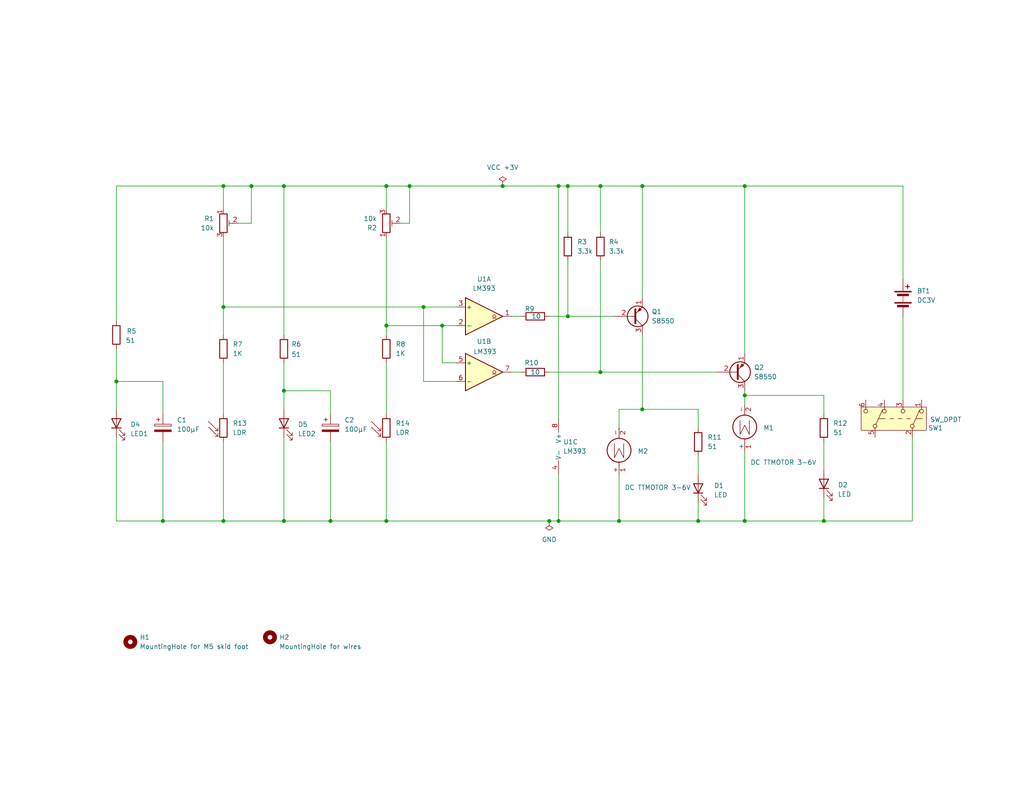
<source format=kicad_sch>
(kicad_sch (version 20231120) (generator "eeschema") (generator_version "8.0")
  (paper "USLetter")
  (title_block (title "Line Following Bot") (date "2024-05-30") (rev "0") (company "Team 3140 Flagship Robotics") (comment 1 "Engineering by Amos Manneschmidt"))
  (lib_symbols
    (symbol "Comparator:LM393" (pin_names (offset 0.127))
      (property "Reference" "U" (at 3.81 3.81 0))
      (property "Value" "LM393" (at 6.35 -3.81 0))
      (symbol "LM393_1_1"
        (polyline (pts (xy -5.08 5.08) (xy 5.08 0) (xy -5.08 -5.08) (xy -5.08 5.08)) (stroke (width 0.254)) (fill (type background)))
        (polyline (pts (xy 3.302 -0.508) (xy 2.794 -0.508) (xy 3.302 0) (xy 2.794 0.508) (xy 2.286 0) (xy 2.794 -0.508) (xy 2.286 -0.508)) (stroke (width 0.127)))
        (pin open_collector line (at 7.62 0 180) (length 2.54) (name "~") (number "1"))
        (pin input line (at -7.62 -2.54 0) (length 2.54) (name "-") (number "2"))
        (pin input line (at -7.62 2.54 0) (length 2.54) (name "+") (number "3"))
      )
      (symbol "LM393_2_1"
        (polyline (pts (xy -5.08 5.08) (xy 5.08 0) (xy -5.08 -5.08) (xy -5.08 5.08)) (stroke (width 0.254)) (fill (type background)))
        (polyline (pts (xy 3.302 -0.508) (xy 2.794 -0.508) (xy 3.302 0) (xy 2.794 0.508) (xy 2.286 0) (xy 2.794 -0.508) (xy 2.286 -0.508)) (stroke (width 0.127)))
        (pin input line (at -7.62 2.54 0) (length 2.54) (name "+") (number "5"))
        (pin input line (at -7.62 -2.54 0) (length 2.54) (name "-") (number "6"))
        (pin open_collector line (at 7.62 0 180) (length 2.54) (name "~") (number "7"))
      )
      (symbol "LM393_3_1"
        (pin power_in line (at -2.54 -7.62 90) (length 3.81) (name "V-") (number "4"))
        (pin power_in line (at -2.54 7.62 270) (length 3.81) (name "V+") (number "8"))
      )
    )
    (symbol "Device:Battery" (pin_numbers hide) (pin_names (offset 0) hide)
      (property "Reference" "BT" (at 2.54 2.54 0))
      (property "Value" "Battery" (at 2.54 0 0))
      (symbol "Battery_0_1"
        (rectangle (start -2.286 -1.27) (end 2.286 -1.524) (fill (type outline)))
        (rectangle (start -2.286 1.778) (end 2.286 1.524) (fill (type outline)))
        (rectangle (start -1.524 -2.032) (end 1.524 -2.54) (fill (type outline)))
        (rectangle (start -1.524 1.016) (end 1.524 0.508) (fill (type outline)))
        (polyline (pts (xy 0 -1.016) (xy 0 -0.762)))
        (polyline (pts (xy 0 -0.508) (xy 0 -0.254)))
        (polyline (pts (xy 0 0) (xy 0 0.254)))
        (polyline (pts (xy 0 1.778) (xy 0 2.54)))
        (polyline (pts (xy 0.762 3.048) (xy 1.778 3.048)) (stroke (width 0.254)))
        (polyline (pts (xy 1.27 3.556) (xy 1.27 2.54)) (stroke (width 0.254)))
      )
      (symbol "Battery_1_1"
        (pin passive line (at 0 5.08 270) (length 2.54) (name "+") (number "1"))
        (pin passive line (at 0 -5.08 90) (length 2.54) (name "-") (number "2"))
      )
    )
    (symbol "Device:C_Polarized" (pin_numbers hide) (pin_names (offset 0.254))
      (property "Reference" "C" (at 0.635 2.54 0))
      (property "Value" "C_Polarized" (at 0.635 -2.54 0))
      (symbol "C_Polarized_0_1"
        (rectangle (start -2.286 0.508) (end 2.286 1.016))
        (polyline (pts (xy -1.778 2.286) (xy -0.762 2.286)))
        (polyline (pts (xy -1.27 2.794) (xy -1.27 1.778)))
        (rectangle (start 2.286 -0.508) (end -2.286 -1.016) (fill (type outline)))
      )
      (symbol "C_Polarized_1_1"
        (pin passive line (at 0 3.81 270) (length 2.794) (name "~") (number "1"))
        (pin passive line (at 0 -3.81 90) (length 2.794) (name "~") (number "2"))
      )
    )
    (symbol "Device:LED" (pin_numbers hide) (pin_names (offset 1.016) hide)
      (property "Reference" "D" (at 0 2.54 0))
      (property "Value" "LED" (at 0 -2.54 0))
      (symbol "LED_0_1"
        (polyline (pts (xy -1.27 -1.27) (xy -1.27 1.27)) (stroke (width 0.254)))
        (polyline (pts (xy -1.27 0) (xy 1.27 0)))
        (polyline (pts (xy 1.27 -1.27) (xy 1.27 1.27) (xy -1.27 0) (xy 1.27 -1.27)) (stroke (width 0.254)))
        (polyline (pts (xy -3.048 -0.762) (xy -4.572 -2.286) (xy -3.81 -2.286) (xy -4.572 -2.286) (xy -4.572 -1.524)))
        (polyline (pts (xy -1.778 -0.762) (xy -3.302 -2.286) (xy -2.54 -2.286) (xy -3.302 -2.286) (xy -3.302 -1.524)))
      )
      (symbol "LED_1_1"
        (pin passive line (at -3.81 0 0) (length 2.54) (name "K") (number "1"))
        (pin passive line (at 3.81 0 180) (length 2.54) (name "A") (number "2"))
      )
    )
    (symbol "Device:R" (pin_numbers hide) (pin_names (offset 0))
      (property "Reference" "R" (at 2.032 0 90))
      (property "Value" "R" (at 0 0 90))
      (symbol "R_0_1"
        (rectangle (start -1.016 -2.54) (end 1.016 2.54) (stroke (width 0.254)))
      )
      (symbol "R_1_1"
        (pin passive line (at 0 3.81 270) (length 1.27) (name "~") (number "1"))
        (pin passive line (at 0 -3.81 90) (length 1.27) (name "~") (number "2"))
      )
    )
    (symbol "Device:R_Potentiometer_Trim" (pin_names (offset 1.016) hide)
      (property "Reference" "RV" (at -4.445 0 90))
      (property "Value" "R_Potentiometer_Trim" (at -2.54 0 90))
      (symbol "R_Potentiometer_Trim_0_1"
        (polyline (pts (xy 1.524 0.762) (xy 1.524 -0.762)))
        (polyline (pts (xy 2.54 0) (xy 1.524 0)))
        (rectangle (start 1.016 2.54) (end -1.016 -2.54) (stroke (width 0.254)))
      )
      (symbol "R_Potentiometer_Trim_1_1"
        (pin passive line (at 0 3.81 270) (length 1.27) (name "1") (number "1"))
        (pin passive line (at 3.81 0 180) (length 1.27) (name "2") (number "2"))
        (pin passive line (at 0 -3.81 90) (length 1.27) (name "3") (number "3"))
      )
    )
    (symbol "Mechanical:MountingHole" (pin_names (offset 1.016)) (exclude_from_sim yes) (in_bom no)
      (property "Reference" "H" (at 0 5.08 0))
      (property "Value" "MountingHole" (at 0 3.175 0))
      (symbol "MountingHole_0_1"
        (circle (center 0 0) (radius 1.27) (stroke (width 1.27)))
      )
    )
    (symbol "Motor:Motor_DC" (pin_names (offset 0))
      (property "Reference" "M" (at 2.54 2.54 0))
      (property "Value" "Motor_DC" (at 2.54 -5.08 0))
      (symbol "Motor_DC_0_0"
        (polyline (pts (xy -1.27 -3.302) (xy -1.27 0.508) (xy 0 -2.032) (xy 1.27 0.508) (xy 1.27 -3.302)))
      )
      (symbol "Motor_DC_0_1"
        (circle (center 0 -1.524) (radius 3.2512) (stroke (width 0.254)))
        (polyline (pts (xy 0 -7.62) (xy 0 -7.112)))
        (polyline (pts (xy 0 -4.7752) (xy 0 -5.1816)))
        (polyline (pts (xy 0 1.7272) (xy 0 2.0828)))
        (polyline (pts (xy 0 2.032) (xy 0 2.54)))
      )
      (symbol "Motor_DC_1_1"
        (pin passive line (at 0 5.08 270) (length 2.54) (name "+") (number "1"))
        (pin passive line (at 0 -7.62 90) (length 2.54) (name "-") (number "2"))
      )
    )
    (symbol "Sensor_Optical:LDR07" (pin_numbers hide) (pin_names (offset 0))
      (property "Reference" "R" (at -5.08 0 90))
      (property "Value" "LDR07" (at 1.905 0 90))
      (symbol "LDR07_0_1"
        (rectangle (start -1.016 2.54) (end 1.016 -2.54) (stroke (width 0.254)))
        (polyline (pts (xy -1.524 -2.286) (xy -4.064 0.254)))
        (polyline (pts (xy -1.524 -2.286) (xy -2.286 -2.286)))
        (polyline (pts (xy -1.524 -2.286) (xy -1.524 -1.524)))
        (polyline (pts (xy -1.524 -0.762) (xy -4.064 1.778)))
        (polyline (pts (xy -1.524 -0.762) (xy -2.286 -0.762)))
        (polyline (pts (xy -1.524 -0.762) (xy -1.524 0)))
      )
      (symbol "LDR07_1_1"
        (pin passive line (at 0 3.81 270) (length 1.27) (name "~") (number "1"))
        (pin passive line (at 0 -3.81 90) (length 1.27) (name "~") (number "2"))
      )
    )
    (symbol "Switch:SW_Push_DPDT" (pin_names (offset 0) hide)
      (property "Reference" "SW" (at 0 10.16 0))
      (property "Value" "SW_Push_DPDT" (at 0 -10.16 0))
      (symbol "SW_Push_DPDT_0_0"
        (circle (center -2.032 -5.08) (radius 0.508))
        (circle (center -2.032 5.08) (radius 0.508))
        (circle (center 2.032 -7.62) (radius 0.508))
        (circle (center 2.032 2.54) (radius 0.508))
      )
      (symbol "SW_Push_DPDT_0_1"
        (polyline (pts (xy -1.524 -4.826) (xy 2.3368 -3.0988)))
        (polyline (pts (xy -1.524 5.334) (xy 2.3368 7.0612)))
        (polyline (pts (xy 0 -2.286) (xy 0 -4.064)))
        (polyline (pts (xy 0 -1.016) (xy 0 0)))
        (polyline (pts (xy 0 1.27) (xy 0 2.286)))
        (polyline (pts (xy 0 3.556) (xy 0 4.572)))
        (polyline (pts (xy 0 7.874) (xy 0 6.096)))
        (circle (center 2.032 -2.54) (radius 0.508))
        (circle (center 2.032 7.62) (radius 0.508))
      )
      (symbol "SW_Push_DPDT_1_1"
        (rectangle (start -3.175 8.89) (end 3.175 -8.89) (fill (type background)))
        (pin passive line (at 5.08 7.62 180) (length 2.54) (name "A") (number "1"))
        (pin passive line (at -5.08 5.08 0) (length 2.54) (name "B") (number "2"))
        (pin passive line (at 5.08 2.54 180) (length 2.54) (name "C") (number "3"))
        (pin passive line (at 5.08 -2.54 180) (length 2.54) (name "A") (number "4"))
        (pin passive line (at -5.08 -5.08 0) (length 2.54) (name "B") (number "5"))
        (pin passive line (at 5.08 -7.62 180) (length 2.54) (name "C") (number "6"))
      )
    )
    (symbol "Transistor_BJT:S8550" (pin_names (offset 0) hide)
      (property "Reference" "Q" (at 5.08 1.905 0))
      (property "Value" "S8550" (at 5.08 0 0))
      (symbol "S8550_0_1"
        (polyline (pts (xy 0 0) (xy 0.635 0)))
        (polyline (pts (xy 2.54 -2.54) (xy 0.635 -0.635)))
        (polyline (pts (xy 2.54 2.54) (xy 0.635 0.635)))
        (polyline (pts (xy 0.635 1.905) (xy 0.635 -1.905) (xy 0.635 -1.905)) (stroke (width 0.508)) (fill (type outline)))
        (polyline (pts (xy 1.778 -2.286) (xy 2.286 -1.778) (xy 1.27 -1.27) (xy 1.778 -2.286) (xy 1.778 -2.286)) (fill (type outline)))
        (circle (center 1.27 0) (radius 2.8194) (stroke (width 0.254)))
      )
      (symbol "S8550_1_1"
        (pin passive line (at 2.54 -5.08 90) (length 2.54) (name "E") (number "1"))
        (pin input line (at -5.08 0 0) (length 5.08) (name "B") (number "2"))
        (pin passive line (at 2.54 5.08 270) (length 2.54) (name "C") (number "3"))
      )
    )
    (symbol "power:PWR_FLAG" (power) (pin_numbers hide) (pin_names (offset 0) hide)
      (property "Value" "PWR_FLAG" (at 0 3.81 0))
      (symbol "PWR_FLAG_0_0"
        (pin power_out line (at 0 0 90) (length 0) (name "~") (number "1"))
      )
      (symbol "PWR_FLAG_0_1"
        (polyline (pts (xy 0 0) (xy 0 1.27) (xy -1.016 1.905) (xy 0 2.54) (xy 1.016 1.905) (xy 0 1.27)))
      )
    )
  )
  (junction (at 105.41 50.8))
  (junction (at 168.91 142.24))
  (junction (at 44.45 142.24))
  (junction (at 175.26 111.76))
  (junction (at 60.96 83.82))
  (junction (at 111.76 50.8))
  (junction (at 115.57 83.82))
  (junction (at 163.83 50.8))
  (junction (at 154.94 50.8))
  (junction (at 137.16 50.8))
  (junction (at 60.96 50.8))
  (junction (at 68.58 50.8))
  (junction (at 77.47 106.68))
  (junction (at 149.86 142.24))
  (junction (at 152.4 142.24))
  (junction (at 105.41 88.9))
  (junction (at 77.47 142.24))
  (junction (at 203.2 107.95))
  (junction (at 77.47 50.8))
  (junction (at 203.2 142.24))
  (junction (at 190.5 142.24))
  (junction (at 90.17 142.24))
  (junction (at 154.94 86.36))
  (junction (at 224.79 142.24))
  (junction (at 60.96 142.24))
  (junction (at 120.65 88.9))
  (junction (at 105.41 142.24))
  (junction (at 152.4 50.8))
  (junction (at 31.75 104.14))
  (junction (at 203.2 50.8))
  (junction (at 175.26 50.8))
  (junction (at 163.83 101.6))
  (wire (pts (xy 60.96 120.65) (xy 60.96 142.24)))
  (wire (pts (xy 224.79 120.65) (xy 224.79 128.27)))
  (wire (pts (xy 139.7 86.36) (xy 142.24 86.36)))
  (wire (pts (xy 175.26 111.76) (xy 190.5 111.76)))
  (wire (pts (xy 203.2 123.19) (xy 203.2 142.24)))
  (wire (pts (xy 60.96 50.8) (xy 60.96 57.15)))
  (wire (pts (xy 139.7 101.6) (xy 142.24 101.6)))
  (wire (pts (xy 120.65 88.9) (xy 124.46 88.9)))
  (wire (pts (xy 64.77 60.96) (xy 68.58 60.96)))
  (wire (pts (xy 149.86 101.6) (xy 163.83 101.6)))
  (wire (pts (xy 246.38 76.2) (xy 246.38 50.8)))
  (wire (pts (xy 175.26 91.44) (xy 175.26 111.76)))
  (wire (pts (xy 44.45 142.24) (xy 31.75 142.24)))
  (wire (pts (xy 60.96 64.77) (xy 60.96 83.82)))
  (wire (pts (xy 163.83 50.8) (xy 175.26 50.8)))
  (wire (pts (xy 203.2 50.8) (xy 203.2 96.52)))
  (wire (pts (xy 190.5 137.16) (xy 190.5 142.24)))
  (wire (pts (xy 77.47 50.8) (xy 77.47 91.44)))
  (wire (pts (xy 168.91 111.76) (xy 168.91 116.84)))
  (wire (pts (xy 111.76 50.8) (xy 105.41 50.8)))
  (wire (pts (xy 77.47 99.06) (xy 77.47 106.68)))
  (wire (pts (xy 168.91 142.24) (xy 190.5 142.24)))
  (wire (pts (xy 152.4 129.54) (xy 152.4 142.24)))
  (wire (pts (xy 60.96 142.24) (xy 77.47 142.24)))
  (wire (pts (xy 77.47 142.24) (xy 77.47 119.38)))
  (wire (pts (xy 115.57 104.14) (xy 115.57 83.82)))
  (wire (pts (xy 154.94 50.8) (xy 163.83 50.8)))
  (wire (pts (xy 60.96 99.06) (xy 60.96 113.03)))
  (wire (pts (xy 90.17 142.24) (xy 77.47 142.24)))
  (wire (pts (xy 190.5 116.84) (xy 190.5 111.76)))
  (wire (pts (xy 31.75 104.14) (xy 44.45 104.14)))
  (wire (pts (xy 90.17 106.68) (xy 77.47 106.68)))
  (wire (pts (xy 105.41 50.8) (xy 105.41 57.15)))
  (wire (pts (xy 109.22 60.96) (xy 111.76 60.96)))
  (wire (pts (xy 105.41 88.9) (xy 105.41 91.44)))
  (wire (pts (xy 168.91 129.54) (xy 168.91 142.24)))
  (wire (pts (xy 224.79 142.24) (xy 248.92 142.24)))
  (wire (pts (xy 90.17 113.03) (xy 90.17 106.68)))
  (wire (pts (xy 31.75 104.14) (xy 31.75 111.76)))
  (wire (pts (xy 31.75 95.25) (xy 31.75 104.14)))
  (wire (pts (xy 124.46 104.14) (xy 115.57 104.14)))
  (wire (pts (xy 44.45 142.24) (xy 44.45 120.65)))
  (wire (pts (xy 68.58 50.8) (xy 60.96 50.8)))
  (wire (pts (xy 105.41 99.06) (xy 105.41 113.03)))
  (wire (pts (xy 163.83 101.6) (xy 195.58 101.6)))
  (wire (pts (xy 203.2 106.68) (xy 203.2 107.95)))
  (wire (pts (xy 149.86 86.36) (xy 154.94 86.36)))
  (wire (pts (xy 224.79 135.89) (xy 224.79 142.24)))
  (wire (pts (xy 120.65 88.9) (xy 120.65 99.06)))
  (wire (pts (xy 203.2 107.95) (xy 203.2 110.49)))
  (wire (pts (xy 152.4 142.24) (xy 168.91 142.24)))
  (wire (pts (xy 60.96 83.82) (xy 60.96 91.44)))
  (wire (pts (xy 68.58 60.96) (xy 68.58 50.8)))
  (wire (pts (xy 111.76 60.96) (xy 111.76 50.8)))
  (wire (pts (xy 31.75 50.8) (xy 31.75 87.63)))
  (wire (pts (xy 163.83 71.12) (xy 163.83 101.6)))
  (wire (pts (xy 105.41 142.24) (xy 149.86 142.24)))
  (wire (pts (xy 154.94 71.12) (xy 154.94 86.36)))
  (wire (pts (xy 105.41 142.24) (xy 90.17 142.24)))
  (wire (pts (xy 77.47 106.68) (xy 77.47 111.76)))
  (wire (pts (xy 149.86 142.24) (xy 152.4 142.24)))
  (wire (pts (xy 60.96 50.8) (xy 31.75 50.8)))
  (wire (pts (xy 190.5 124.46) (xy 190.5 129.54)))
  (wire (pts (xy 105.41 88.9) (xy 120.65 88.9)))
  (wire (pts (xy 60.96 142.24) (xy 44.45 142.24)))
  (wire (pts (xy 190.5 142.24) (xy 203.2 142.24)))
  (wire (pts (xy 203.2 50.8) (xy 175.26 50.8)))
  (wire (pts (xy 246.38 50.8) (xy 203.2 50.8)))
  (wire (pts (xy 31.75 142.24) (xy 31.75 119.38)))
  (wire (pts (xy 152.4 50.8) (xy 154.94 50.8)))
  (wire (pts (xy 105.41 142.24) (xy 105.41 120.65)))
  (wire (pts (xy 111.76 50.8) (xy 137.16 50.8)))
  (wire (pts (xy 105.41 50.8) (xy 77.47 50.8)))
  (wire (pts (xy 115.57 83.82) (xy 124.46 83.82)))
  (wire (pts (xy 115.57 83.82) (xy 60.96 83.82)))
  (wire (pts (xy 224.79 113.03) (xy 224.79 107.95)))
  (wire (pts (xy 90.17 142.24) (xy 90.17 120.65)))
  (wire (pts (xy 163.83 63.5) (xy 163.83 50.8)))
  (wire (pts (xy 44.45 104.14) (xy 44.45 113.03)))
  (wire (pts (xy 168.91 111.76) (xy 175.26 111.76)))
  (wire (pts (xy 175.26 50.8) (xy 175.26 81.28)))
  (wire (pts (xy 154.94 86.36) (xy 167.64 86.36)))
  (wire (pts (xy 120.65 99.06) (xy 124.46 99.06)))
  (wire (pts (xy 224.79 107.95) (xy 203.2 107.95)))
  (wire (pts (xy 248.92 119.38) (xy 248.92 142.24)))
  (wire (pts (xy 77.47 50.8) (xy 68.58 50.8)))
  (wire (pts (xy 154.94 50.8) (xy 154.94 63.5)))
  (wire (pts (xy 246.38 86.36) (xy 246.38 109.22)))
  (wire (pts (xy 203.2 142.24) (xy 224.79 142.24)))
  (wire (pts (xy 105.41 64.77) (xy 105.41 88.9)))
  (wire (pts (xy 152.4 50.8) (xy 152.4 114.3)))
  (wire (pts (xy 137.16 50.8) (xy 152.4 50.8)))
  (symbol (lib_id "Device:Battery") (at 246.38 81.28 0) (unit 1)
    (property "Reference" "BT1" (at 250.19 79.4384 0) (effects (justify left)))
    (property "Value" "DC3V" (at 250.19 81.9784 0) (effects (justify left)))
    (property "Footprint" "Battery:BatteryHolder_Keystone_2462_2xAA" (effects (hide yes)))
    (property "Description" "Multiple-cell battery" (effects (hide yes)))
  )
  (symbol (lib_id "Comparator:LM393") (at 132.08 101.6 0) (unit 2)
    (property "Reference" "U1" (at 132.08 93.218 0))
    (property "Value" "LM393" (at 132.334 96.012 0))
    (property "Footprint" "Package_DIP:DIP-8_W7.62mm_Socket_LongPads" (effects (hide yes)))
    (property "Datasheet" "http://www.ti.com/lit/ds/symlink/lm393.pdf" (effects (hide yes)))
    (property "Description" "Low-Power, Low-Offset Voltage, Dual Comparators, DIP-8/SOIC-8/TO-99-8" (effects (hide yes)))
  )
  (symbol (lib_id "Device:R") (at 146.05 101.6 90) (unit 1)
    (property "Reference" "R10" (at 145.034 99.06 90))
    (property "Value" "10" (at 146.05 101.6 90))
    (property "Footprint" "LineFollowingRobotFootPrints:R_Axial_DIN0207_L6.3mm_D2.5mm_P7.62mm_Horizontal_hand_soldering" (effects (hide yes)))
    (property "Description" "Resistor" (effects (hide yes)))
  )
  (symbol (lib_id "Sensor_Optical:LDR07") (at 105.41 116.84 0) (unit 1)
    (property "Reference" "R14" (at 107.95 115.5699 0) (effects (justify left)))
    (property "Value" "LDR" (at 107.95 118.1099 0) (effects (justify left)))
    (property "Footprint" "LineFollowingRobotFootPrints:R_LDR_5.1x4.3mm_P3.4mm_Vertical_hand_soldering" (effects (hide yes)))
    (property "Datasheet" "http://www.tme.eu/de/Document/f2e3ad76a925811312d226c31da4cd7e/LDR07.pdf" (effects (hide yes)))
    (property "Description" "light dependent resistor" (effects (hide yes)))
  )
  (symbol (lib_id "Transistor_BJT:S8550") (at 200.66 101.6 0) (mirror x) (unit 1)
    (property "Reference" "Q2" (at 205.74 100.3299 0) (effects (justify left)))
    (property "Value" "S8550" (at 205.74 102.8699 0) (effects (justify left)))
    (property "Footprint" "LineFollowingRobotFootPrints:TO-92_HandSolder" (effects (hide yes)))
    (property "Datasheet" "http://www.unisonic.com.tw/datasheet/S8550.pdf" (effects (hide yes)))
    (property "Description" "0.7A Ic, 20V Vce, Low Voltage High Current PNP Transistor, TO-92" (effects (hide yes)))
  )
  (symbol (lib_id "Device:R") (at 146.05 86.36 270) (mirror x) (unit 1)
    (property "Reference" "R9" (at 144.526 84.328 90))
    (property "Value" "10" (at 146.304 86.36 90))
    (property "Footprint" "LineFollowingRobotFootPrints:R_Axial_DIN0207_L6.3mm_D2.5mm_P7.62mm_Horizontal_hand_soldering" (effects (hide yes)))
    (property "Description" "Resistor" (effects (hide yes)))
  )
  (symbol (lib_id "Device:R") (at 77.47 95.25 0) (mirror x) (unit 1)
    (property "Reference" "R6" (at 79.502 93.98 0) (effects (justify left)))
    (property "Value" "51" (at 79.502 96.774 0) (effects (justify left)))
    (property "Footprint" "LineFollowingRobotFootPrints:R_Axial_DIN0207_L6.3mm_D2.5mm_P7.62mm_Horizontal_hand_soldering" (effects (hide yes)))
    (property "Description" "Resistor" (effects (hide yes)))
  )
  (symbol (lib_id "Device:C_Polarized") (at 90.17 116.84 0) (unit 1)
    (property "Reference" "C2" (at 93.98 114.6809 0) (effects (justify left)))
    (property "Value" "100μF" (at 93.98 117.2209 0) (effects (justify left)))
    (property "Footprint" "Capacitor_THT:CP_Radial_D6.3mm_P2.50mm" (effects (hide yes)))
    (property "Description" "Polarized capacitor" (effects (hide yes)))
  )
  (symbol (lib_id "Switch:SW_Push_DPDT") (at 243.84 114.3 270) (mirror x) (unit 1)
    (property "Reference" "SW1" (at 255.27 116.84 90))
    (property "Value" "SW_DPDT" (at 258.064 114.554 90))
    (property "Footprint" "LineFollowingRobotFootPrints:MHPS2283" (effects (hide yes)))
    (property "Description" "Momentary Switch, dual pole double throw" (effects (hide yes)))
  )
  (symbol (lib_id "Device:R") (at 224.79 116.84 0) (unit 1)
    (property "Reference" "R12" (at 227.33 115.5699 0) (effects (justify left)))
    (property "Value" "51" (at 227.33 118.1099 0) (effects (justify left)))
    (property "Footprint" "LineFollowingRobotFootPrints:R_Axial_DIN0207_L6.3mm_D2.5mm_P7.62mm_Horizontal_hand_soldering" (effects (hide yes)))
    (property "Description" "Resistor" (effects (hide yes)))
  )
  (symbol (lib_id "Comparator:LM393") (at 132.08 86.36 0) (unit 1)
    (property "Reference" "U1" (at 132.08 76.2 0))
    (property "Value" "LM393" (at 132.08 78.74 0))
    (property "Footprint" "Package_DIP:DIP-8_W7.62mm_Socket_LongPads" (effects (hide yes)))
    (property "Datasheet" "http://www.ti.com/lit/ds/symlink/lm393.pdf" (effects (hide yes)))
    (property "Description" "Low-Power, Low-Offset Voltage, Dual Comparators, DIP-8/SOIC-8/TO-99-8" (effects (hide yes)))
  )
  (symbol (lib_id "Device:R") (at 60.96 95.25 0) (unit 1)
    (property "Reference" "R7" (at 63.5 93.9799 0) (effects (justify left)))
    (property "Value" "1K" (at 63.5 96.5199 0) (effects (justify left)))
    (property "Footprint" "LineFollowingRobotFootPrints:R_Axial_DIN0207_L6.3mm_D2.5mm_P7.62mm_Horizontal_hand_soldering" (effects (hide yes)))
    (property "Description" "Resistor" (effects (hide yes)))
  )
  (symbol (lib_id "Device:LED") (at 224.79 132.08 90) (unit 1)
    (property "Reference" "D2" (at 228.6 132.3974 90) (effects (justify right)))
    (property "Value" "LED" (at 228.6 134.9374 90) (effects (justify right)))
    (property "Footprint" "LED_THT:LED_D5.0mm" (effects (hide yes)))
    (property "Description" "Light emitting diode" (effects (hide yes)))
  )
  (symbol (lib_id "Mechanical:MountingHole") (at 73.66 173.99 0) (unit 1) (exclude_from_sim yes) (in_bom no)
    (property "Reference" "H2" (at 76.2 173.9899 0) (effects (justify left)))
    (property "Value" "MountingHole for wires" (at 76.2 176.53 0) (effects (justify left)))
    (property "Footprint" "LineFollowingRobotFootPrints:MountingHole_3mm" (effects (hide yes)))
    (property "Description" "Mounting Hole without connection" (effects (hide yes)))
  )
  (symbol (lib_id "Device:C_Polarized") (at 44.45 116.84 0) (unit 1)
    (property "Reference" "C1" (at 48.26 114.6809 0) (effects (justify left)))
    (property "Value" "100μF" (at 48.26 117.2209 0) (effects (justify left)))
    (property "Footprint" "Capacitor_THT:CP_Radial_D6.3mm_P2.50mm" (effects (hide yes)))
    (property "Description" "Polarized capacitor" (effects (hide yes)))
  )
  (symbol (lib_id "Comparator:LM393") (at 154.94 121.92 0) (unit 3)
    (property "Reference" "U1" (at 153.67 120.6499 0) (effects (justify left)))
    (property "Value" "LM393" (at 153.67 123.1899 0) (effects (justify left)))
    (property "Footprint" "Package_DIP:DIP-8_W7.62mm_Socket_LongPads" (effects (hide yes)))
    (property "Datasheet" "http://www.ti.com/lit/ds/symlink/lm393.pdf" (effects (hide yes)))
    (property "Description" "Low-Power, Low-Offset Voltage, Dual Comparators, DIP-8/SOIC-8/TO-99-8" (effects (hide yes)))
  )
  (symbol (lib_id "Device:R") (at 31.75 91.44 0) (mirror x) (unit 1)
    (property "Reference" "R5" (at 34.544 90.424 0) (effects (justify left)))
    (property "Value" "51" (at 34.29 92.964 0) (effects (justify left)))
    (property "Footprint" "LineFollowingRobotFootPrints:R_Axial_DIN0207_L6.3mm_D2.5mm_P7.62mm_Horizontal_hand_soldering" (effects (hide yes)))
    (property "Description" "Resistor" (effects (hide yes)))
  )
  (symbol (lib_id "Device:R_Potentiometer_Trim") (at 105.41 60.96 0) (mirror x) (unit 1)
    (property "Reference" "R2" (at 102.87 62.2301 0) (effects (justify right)))
    (property "Value" "10k" (at 102.87 59.6901 0) (effects (justify right)))
    (property "Footprint" "LineFollowingRobotFootPrints:Potentiometer_Runtron_RM-065_Vertical_hand_soldering" (effects (hide yes)))
    (property "Description" "Trim-potentiometer" (effects (hide yes)))
  )
  (symbol (lib_id "power:PWR_FLAG") (at 149.86 142.24 180) (unit 1) (in_bom no) (on_board no)
    (property "Reference" "#FLG02" (effects (hide yes)))
    (property "Value" "GND" (at 149.86 147.32 0))
    (property "Description" "Special symbol for telling ERC where power comes from" (effects (hide yes)))
  )
  (symbol (lib_id "Transistor_BJT:S8550") (at 172.72 86.36 0) (mirror x) (unit 1)
    (property "Reference" "Q1" (at 177.8 85.0899 0) (effects (justify left)))
    (property "Value" "S8550" (at 177.8 87.6299 0) (effects (justify left)))
    (property "Footprint" "LineFollowingRobotFootPrints:TO-92_HandSolder" (effects (hide yes)))
    (property "Datasheet" "http://www.unisonic.com.tw/datasheet/S8550.pdf" (effects (hide yes)))
    (property "Description" "0.7A Ic, 20V Vce, Low Voltage High Current PNP Transistor, TO-92" (effects (hide yes)))
  )
  (symbol (lib_id "Device:R") (at 105.41 95.25 0) (unit 1)
    (property "Reference" "R8" (at 107.95 93.9799 0) (effects (justify left)))
    (property "Value" "1K" (at 107.95 96.5199 0) (effects (justify left)))
    (property "Footprint" "LineFollowingRobotFootPrints:R_Axial_DIN0207_L6.3mm_D2.5mm_P7.62mm_Horizontal_hand_soldering" (effects (hide yes)))
    (property "Description" "Resistor" (effects (hide yes)))
  )
  (symbol (lib_id "Device:R") (at 154.94 67.31 180) (unit 1)
    (property "Reference" "R3" (at 157.48 66.0399 0) (effects (justify right)))
    (property "Value" "3.3k" (at 157.48 68.5799 0) (effects (justify right)))
    (property "Footprint" "LineFollowingRobotFootPrints:R_Axial_DIN0207_L6.3mm_D2.5mm_P7.62mm_Horizontal_hand_soldering" (effects (hide yes)))
    (property "Description" "Resistor" (effects (hide yes)))
  )
  (symbol (lib_id "power:PWR_FLAG") (at 137.16 50.8 0) (unit 1) (in_bom no) (on_board no)
    (property "Reference" "#FLG01" (effects (hide yes)))
    (property "Value" "VCC +3V" (at 137.16 45.72 0))
    (property "Description" "Special symbol for telling ERC where power comes from" (effects (hide yes)))
  )
  (symbol (lib_id "Sensor_Optical:LDR07") (at 60.96 116.84 0) (unit 1)
    (property "Reference" "R13" (at 63.5 115.5699 0) (effects (justify left)))
    (property "Value" "LDR" (at 63.5 118.1099 0) (effects (justify left)))
    (property "Footprint" "LineFollowingRobotFootPrints:R_LDR_5.1x4.3mm_P3.4mm_Vertical_hand_soldering" (effects (hide yes)))
    (property "Datasheet" "http://www.tme.eu/de/Document/f2e3ad76a925811312d226c31da4cd7e/LDR07.pdf" (effects (hide yes)))
    (property "Description" "light dependent resistor" (effects (hide yes)))
  )
  (symbol (lib_id "Motor:Motor_DC") (at 203.2 118.11 0) (mirror x) (unit 1)
    (property "Reference" "M1" (at 208.28 116.8401 0) (effects (justify left)))
    (property "Value" "DC TTMOTOR 3-6V" (at 204.724 126.238 0) (effects (justify left)))
    (property "Footprint" "LineFollowingRobotFootPrints:TT-Motor" (effects (hide yes)))
    (property "Description" "DC Motor" (effects (hide yes)))
  )
  (symbol (lib_id "Mechanical:MountingHole") (at 35.56 175.26 0) (unit 1) (exclude_from_sim yes) (in_bom no)
    (property "Reference" "H1" (at 38.1 173.9899 0) (effects (justify left)))
    (property "Value" "MountingHole for M5 skid foot" (at 38.1 176.5299 0) (effects (justify left)))
    (property "Footprint" "MountingHole:MountingHole_5mm_Pad_TopBottom" (effects (hide yes)))
    (property "Description" "Mounting Hole without connection" (effects (hide yes)))
  )
  (symbol (lib_id "Device:LED") (at 77.47 115.57 90) (unit 1)
    (property "Reference" "D5" (at 81.28 115.8874 90) (effects (justify right)))
    (property "Value" "LED2" (at 81.28 118.4274 90) (effects (justify right)))
    (property "Footprint" "LED_THT:LED_D5.0mm_Clear" (effects (hide yes)))
    (property "Description" "Light emitting diode" (effects (hide yes)))
  )
  (symbol (lib_id "Device:R") (at 163.83 67.31 0) (mirror y) (unit 1)
    (property "Reference" "R4" (at 166.116 66.04 0) (effects (justify right)))
    (property "Value" "3.3k" (at 166.116 68.58 0) (effects (justify right)))
    (property "Footprint" "LineFollowingRobotFootPrints:R_Axial_DIN0207_L6.3mm_D2.5mm_P7.62mm_Horizontal_hand_soldering" (effects (hide yes)))
    (property "Description" "Resistor" (effects (hide yes)))
  )
  (symbol (lib_id "Motor:Motor_DC") (at 168.91 124.46 0) (mirror x) (unit 1)
    (property "Reference" "M2" (at 173.99 123.1901 0) (effects (justify left)))
    (property "Value" "DC TTMOTOR 3-6V" (at 170.434 133.096 0) (effects (justify left)))
    (property "Footprint" "LineFollowingRobotFootPrints:TT-Motor-mirrored" (effects (hide yes)))
    (property "Description" "DC Motor" (effects (hide yes)))
  )
  (symbol (lib_id "Device:R") (at 190.5 120.65 0) (unit 1)
    (property "Reference" "R11" (at 193.04 119.3799 0) (effects (justify left)))
    (property "Value" "51" (at 193.04 121.9199 0) (effects (justify left)))
    (property "Footprint" "LineFollowingRobotFootPrints:R_Axial_DIN0207_L6.3mm_D2.5mm_P7.62mm_Horizontal_hand_soldering" (effects (hide yes)))
    (property "Description" "Resistor" (effects (hide yes)))
  )
  (symbol (lib_id "Device:LED") (at 31.75 115.57 90) (unit 1)
    (property "Reference" "D4" (at 35.56 115.8874 90) (effects (justify right)))
    (property "Value" "LED1" (at 35.56 118.4274 90) (effects (justify right)))
    (property "Footprint" "LED_THT:LED_D5.0mm_Clear" (effects (hide yes)))
    (property "Description" "Light emitting diode" (effects (hide yes)))
  )
  (symbol (lib_id "Device:LED") (at 190.5 133.35 90) (unit 1)
    (property "Reference" "D1" (at 194.818 132.588 90) (effects (justify right)))
    (property "Value" "LED" (at 194.818 135.128 90) (effects (justify right)))
    (property "Footprint" "LED_THT:LED_D5.0mm" (effects (hide yes)))
    (property "Description" "Light emitting diode" (effects (hide yes)))
  )
  (symbol (lib_id "Device:R_Potentiometer_Trim") (at 60.96 60.96 0) (unit 1)
    (property "Reference" "R1" (at 58.42 59.6899 0) (effects (justify right)))
    (property "Value" "10k" (at 58.42 62.2299 0) (effects (justify right)))
    (property "Footprint" "LineFollowingRobotFootPrints:Potentiometer_Runtron_RM-065_Vertical_hand_soldering" (effects (hide yes)))
    (property "Description" "Trim-potentiometer" (effects (hide yes)))
  )
)
</source>
